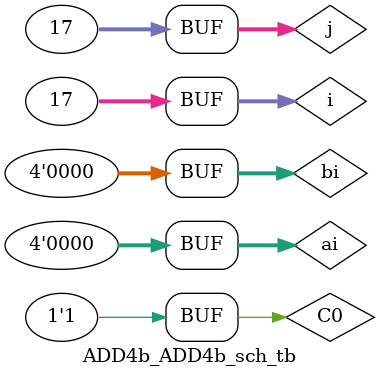
<source format=v>

`timescale 1ns / 1ps

module ADD4b_ADD4b_sch_tb();

// Inputs
   reg C0;
   reg [3:0] ai;
   reg [3:0] bi;

// Output
   wire GP;
   wire [3:0] s;
   wire GG;

// Bidirs

// Instantiate the UUT
   ACLA4 UUT (
		.C0(C0), 
		.GP(GP), 
		.ai(ai), 
		.bi(bi), 
		.s(s), 
		.GG(GG)
   );
// Initialize Inputs
integer i=0, j=0;

	initial begin
		C0 = 0;
		ai = 0;
		bi = 0;
		for (i=0; i<=15; i=i+1)begin
		#50 ai = i+1;
			for(j=0; j<=15; j=j+2)begin
			#50 bi = j+1;
			end
		end
		C0 = 1;
		ai = 0;
		bi = 0;
		for (i=1; i<=15; i=i+2)begin
		#50 ai = i+1;
			for(j=1; j<=15; j=j+2)begin
			#50 bi = j+1;
			end
		end


	end
endmodule

</source>
